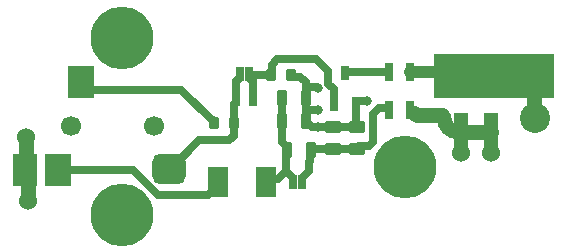
<source format=gtl>
G04*
G04 #@! TF.GenerationSoftware,Altium Limited,Altium Designer,21.9.1 (22)*
G04*
G04 Layer_Physical_Order=1*
G04 Layer_Color=255*
%FSLAX25Y25*%
%MOIN*%
G70*
G04*
G04 #@! TF.SameCoordinates,F23F8E4B-2793-4E4E-BA0B-7ABB5D69BE03*
G04*
G04*
G04 #@! TF.FilePolarity,Positive*
G04*
G01*
G75*
%ADD15C,0.01000*%
G04:AMPARAMS|DCode=18|XSize=55.12mil|YSize=39.37mil|CornerRadius=4.92mil|HoleSize=0mil|Usage=FLASHONLY|Rotation=180.000|XOffset=0mil|YOffset=0mil|HoleType=Round|Shape=RoundedRectangle|*
%AMROUNDEDRECTD18*
21,1,0.05512,0.02953,0,0,180.0*
21,1,0.04528,0.03937,0,0,180.0*
1,1,0.00984,-0.02264,0.01476*
1,1,0.00984,0.02264,0.01476*
1,1,0.00984,0.02264,-0.01476*
1,1,0.00984,-0.02264,-0.01476*
%
%ADD18ROUNDEDRECTD18*%
%ADD19R,0.08661X0.11024*%
G04:AMPARAMS|DCode=20|XSize=110.24mil|YSize=102.36mil|CornerRadius=25.59mil|HoleSize=0mil|Usage=FLASHONLY|Rotation=180.000|XOffset=0mil|YOffset=0mil|HoleType=Round|Shape=RoundedRectangle|*
%AMROUNDEDRECTD20*
21,1,0.11024,0.05118,0,0,180.0*
21,1,0.05906,0.10236,0,0,180.0*
1,1,0.05118,-0.02953,0.02559*
1,1,0.05118,0.02953,0.02559*
1,1,0.05118,0.02953,-0.02559*
1,1,0.05118,-0.02953,-0.02559*
%
%ADD20ROUNDEDRECTD20*%
%ADD21R,0.07874X0.11024*%
%ADD22R,0.40000X0.15000*%
%ADD23R,0.05000X0.12520*%
G04:AMPARAMS|DCode=24|XSize=51.18mil|YSize=31.5mil|CornerRadius=3.94mil|HoleSize=0mil|Usage=FLASHONLY|Rotation=90.000|XOffset=0mil|YOffset=0mil|HoleType=Round|Shape=RoundedRectangle|*
%AMROUNDEDRECTD24*
21,1,0.05118,0.02362,0,0,90.0*
21,1,0.04331,0.03150,0,0,90.0*
1,1,0.00787,0.01181,0.02165*
1,1,0.00787,0.01181,-0.02165*
1,1,0.00787,-0.01181,-0.02165*
1,1,0.00787,-0.01181,0.02165*
%
%ADD24ROUNDEDRECTD24*%
%ADD25R,0.03150X0.05906*%
%ADD26R,0.02559X0.04724*%
G04:AMPARAMS|DCode=27|XSize=39.37mil|YSize=35.43mil|CornerRadius=4.43mil|HoleSize=0mil|Usage=FLASHONLY|Rotation=90.000|XOffset=0mil|YOffset=0mil|HoleType=Round|Shape=RoundedRectangle|*
%AMROUNDEDRECTD27*
21,1,0.03937,0.02657,0,0,90.0*
21,1,0.03051,0.03543,0,0,90.0*
1,1,0.00886,0.01329,0.01526*
1,1,0.00886,0.01329,-0.01526*
1,1,0.00886,-0.01329,-0.01526*
1,1,0.00886,-0.01329,0.01526*
%
%ADD27ROUNDEDRECTD27*%
%ADD28R,0.02953X0.03740*%
%ADD29R,0.06693X0.09843*%
%ADD49C,0.05000*%
%ADD50R,0.02500X0.05000*%
%ADD51C,0.02500*%
%ADD52C,0.04000*%
%ADD53C,0.06693*%
%ADD54C,0.01400*%
%ADD55C,0.20866*%
%ADD56C,0.06000*%
%ADD57C,0.10000*%
%ADD58C,0.03300*%
D15*
X254724Y153937D02*
G03*
X255118Y154331I0J394D01*
G01*
D18*
X220079Y135433D02*
D03*
Y128347D02*
D03*
X212205D02*
D03*
Y135433D02*
D03*
D19*
X120669Y121260D02*
D03*
X128150Y150394D02*
D03*
D20*
X157677Y121653D02*
D03*
D21*
X109646Y121260D02*
D03*
D22*
X265748Y152575D02*
D03*
D23*
X264843Y133858D02*
D03*
X254842D02*
D03*
D24*
X203150Y145276D02*
D03*
X195276D02*
D03*
X203150Y137402D02*
D03*
X195276D02*
D03*
X204724Y127953D02*
D03*
X196850D02*
D03*
D25*
X230768Y141339D02*
D03*
Y153937D02*
D03*
X237736D02*
D03*
Y141339D02*
D03*
D26*
X212402Y143307D02*
D03*
X219882D02*
D03*
X216142Y153543D02*
D03*
D27*
X198346Y153000D02*
D03*
X191654D02*
D03*
X179331Y137008D02*
D03*
X172638D02*
D03*
D28*
X185433Y144095D02*
D03*
X179921D02*
D03*
D29*
X174016Y117323D02*
D03*
X189764D02*
D03*
D49*
X279134Y138976D02*
G03*
X279528Y138583I394J0D01*
G01*
X249213D02*
G03*
X248425Y139370I-787J0D01*
G01*
X249213Y138583D02*
G03*
X253937Y133858I4724J0D01*
G01*
X279134Y138976D02*
Y149213D01*
X254842Y133858D02*
X264843D01*
X253937D02*
X254842D01*
X109646Y121260D02*
X109843Y121457D01*
Y131496D01*
X110630Y111024D02*
Y120276D01*
X109646Y121260D02*
X110630Y120276D01*
X239370Y140157D02*
X240158Y139370D01*
X248425D01*
D50*
X198725Y117323D02*
D03*
X201969D02*
D03*
X181055Y153150D02*
D03*
X184299D02*
D03*
D51*
X204921Y128150D02*
X219882D01*
X205118Y135433D02*
X220079D01*
X153937Y112992D02*
X170455D01*
X120669Y121260D02*
X145669D01*
X153937Y112992D01*
X174016Y115748D02*
Y117323D01*
X171114Y113652D02*
X171919D01*
X174016Y115748D01*
X170455Y112992D02*
X171114Y113652D01*
X203150Y136417D02*
Y141339D01*
X204459Y136092D02*
X205118Y135433D01*
X206693Y148819D02*
X207087Y148425D01*
X203150Y148819D02*
X206693D01*
X191654Y153000D02*
X191732Y153079D01*
Y156299D01*
X193701Y158268D02*
X206693D01*
X191732Y156299D02*
X193701Y158268D01*
X206693D02*
X210630Y154331D01*
Y150000D02*
Y154331D01*
Y150000D02*
X212402Y148228D01*
Y143307D02*
Y148228D01*
X203150Y148819D02*
Y150394D01*
Y145276D02*
Y148819D01*
X219882Y143307D02*
Y144065D01*
X219911Y144095D01*
X223622D01*
X203150Y141339D02*
Y145276D01*
Y141339D02*
X207087D01*
X203150Y136417D02*
X203474Y136092D01*
X204459D01*
X216171Y153937D02*
X230768D01*
X216142Y153908D02*
X216171Y153937D01*
X216142Y153543D02*
Y153908D01*
X227559Y141732D02*
X230443D01*
X230768Y141339D02*
Y141408D01*
X230443Y141732D02*
X230768Y141408D01*
X225590Y130529D02*
Y139764D01*
X227559Y141732D01*
X220797Y129065D02*
X224126D01*
X225590Y130529D01*
X220079Y128347D02*
X220797Y129065D01*
X195276Y130512D02*
Y137402D01*
Y145276D01*
Y130512D02*
X196850Y128937D01*
Y127953D02*
Y128937D01*
X128150Y150394D02*
X130512Y148031D01*
X161614D01*
X172116Y137726D02*
X172638Y137205D01*
X171919Y137726D02*
X172116D01*
X161614Y148031D02*
X171919Y137726D01*
X172638Y137008D02*
Y137205D01*
X179134Y136811D02*
X179331Y137008D01*
X177669Y131102D02*
X179134Y132567D01*
Y136811D01*
X158071Y121653D02*
X167520Y131102D01*
X177669D01*
X157677Y121653D02*
X158071D01*
X190551Y118110D02*
X193726D01*
X189764Y117323D02*
X190551Y118110D01*
X193726D02*
X196457Y120841D01*
Y124016D02*
X196526Y124085D01*
Y127628D02*
X196850Y127953D01*
X196526Y124085D02*
Y127628D01*
X196457Y120841D02*
Y124016D01*
X198725Y117323D02*
Y118573D01*
X196457Y120841D02*
X198725Y118573D01*
X204400Y124085D02*
Y127628D01*
X204331Y124016D02*
X204400Y124085D01*
Y127628D02*
X204724Y127953D01*
X204331Y120935D02*
Y124016D01*
X201969Y117323D02*
Y118573D01*
X204331Y120935D01*
X204724Y127953D02*
X204921Y128150D01*
X219882D02*
X220079Y128347D01*
X198346Y152884D02*
X198868Y152362D01*
X201181D01*
X198346Y152884D02*
Y153000D01*
X201181Y152362D02*
X203150Y150394D01*
X219911Y135600D02*
Y143278D01*
X219882Y143307D02*
X219911Y143278D01*
Y135600D02*
X220079Y135433D01*
X179921Y143701D02*
Y144095D01*
X179331Y137008D02*
Y143110D01*
X179921Y143701D01*
X181055Y151900D02*
Y153150D01*
X179921Y144095D02*
Y150765D01*
X181055Y151900D01*
X185433Y144095D02*
Y150765D01*
X184299Y151900D02*
X185433Y150765D01*
X184299Y151900D02*
Y153150D01*
X186071Y153000D02*
X191654D01*
D52*
X237736Y153937D02*
X254724D01*
D53*
X152559Y135827D02*
D03*
X125000D02*
D03*
D54*
X147545Y100486D02*
D03*
X149953Y106299D02*
D03*
X147545Y112112D02*
D03*
X141732Y114520D02*
D03*
D03*
X135919Y112112D02*
D03*
X133512Y106299D02*
D03*
X135919Y100486D02*
D03*
X141732Y98079D02*
D03*
X242033Y116234D02*
D03*
X244441Y122047D02*
D03*
X242033Y127860D02*
D03*
X236221Y130268D02*
D03*
D03*
X230408Y127860D02*
D03*
X228000Y122047D02*
D03*
X230408Y116234D02*
D03*
X236221Y113827D02*
D03*
X141732Y157134D02*
D03*
X135919Y159541D02*
D03*
X133512Y165354D02*
D03*
X135919Y171167D02*
D03*
X141732Y173575D02*
D03*
D03*
X147545Y171167D02*
D03*
X149953Y165354D02*
D03*
X147545Y159541D02*
D03*
D55*
X141732Y106299D02*
D03*
X236221Y122047D02*
D03*
X141732Y165354D02*
D03*
D56*
X254724Y126772D02*
D03*
X264961D02*
D03*
X274803Y153150D02*
D03*
X256299D02*
D03*
X109843Y132283D02*
D03*
X110630Y111024D02*
D03*
D57*
X279528Y138583D02*
D03*
D58*
X207087Y135433D02*
D03*
Y148425D02*
D03*
X223622Y144095D02*
D03*
X207087Y141339D02*
D03*
M02*

</source>
